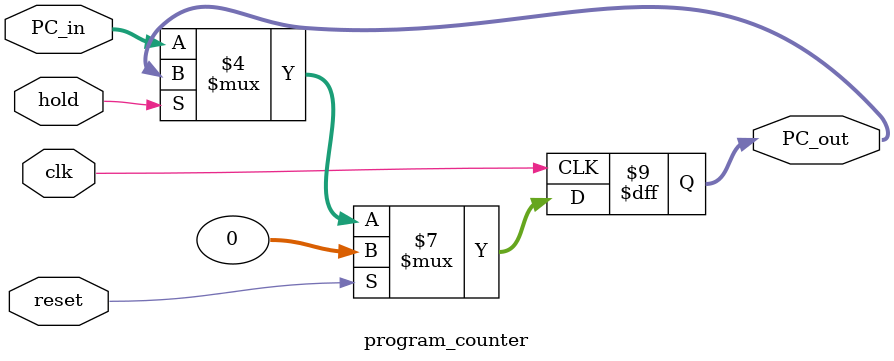
<source format=v>
`ifndef MODULE_PC
`define MODULE_PC
`timescale 1ns / 1ps


module program_counter(
    PC_in,PC_out,reset,clk,hold
    );
    input [31:0] PC_in;
    output [31:0] PC_out;
    input reset, clk, hold;
    reg [31:0] PC_out;
    initial begin
        PC_out <= 0;
    end
    always @(negedge clk)
    begin
        if(reset)
            begin
                PC_out <= 32'b0;
            end
      else if (!hold)
       begin
       PC_out<=PC_in[31:0];
       end
    end    
endmodule
`endif

</source>
